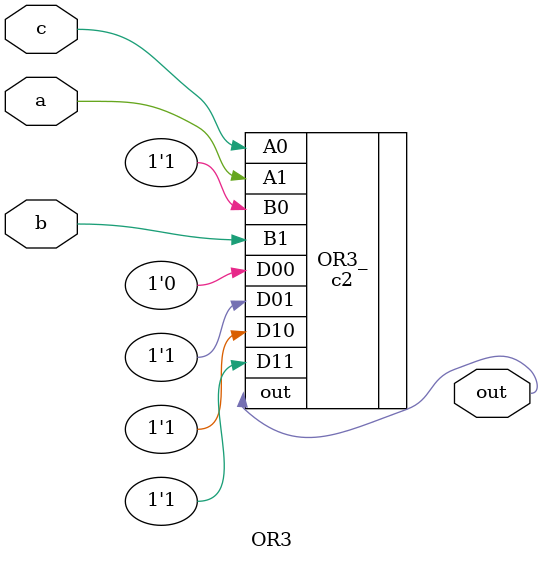
<source format=v>
module OR3 
(
    input a,
    input b,
    input c,
    output out
);
    c2 
    OR3_
    (
        .D00(1'b0),
        .D01(1'b1),
        .D10(1'b1), 
        .D11(1'b1), 
        .A1(a), 
        .B1(b), 
        .A0(c), 
        .B0(1'b1), 
        .out(out)
    );
    
endmodule
</source>
